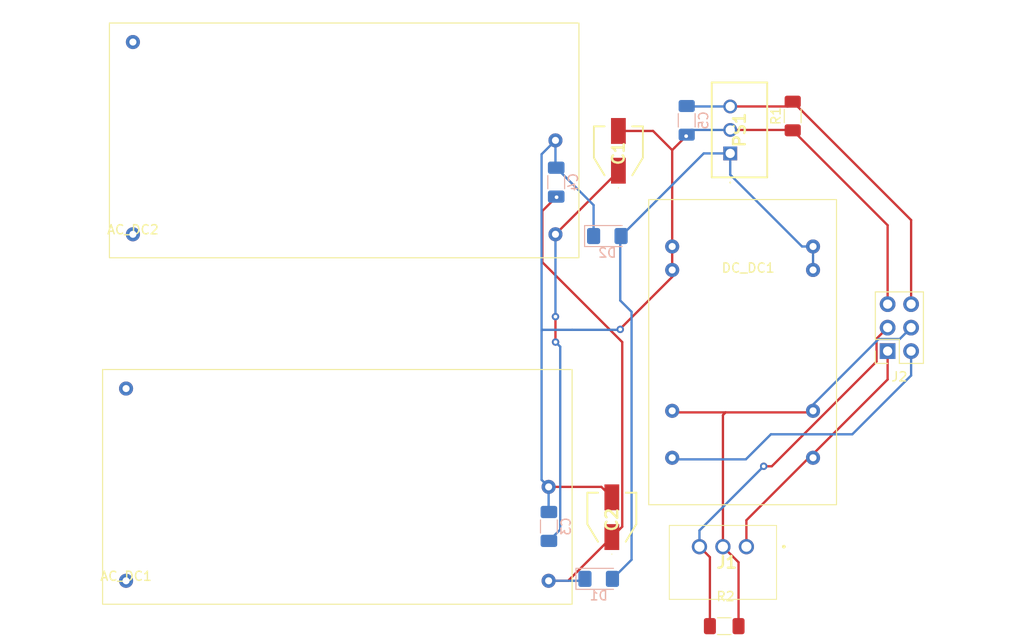
<source format=kicad_pcb>
(kicad_pcb (version 20211014) (generator pcbnew)
  (layers (0 "F.Cu" signal) (31 "B.Cu" signal) (34 "B.Paste" user) (35 "F.Paste" user) (36 "B.SilkS" user "B.Silkscreen") (37 "F.SilkS" user "F.Silkscreen") (38 "B.Mask" user) (39 "F.Mask" user) (44 "Edge.Cuts" user))
  (net 0 "")
  (net 3 "Net-(AC_DC1-Pad4)")
  (net 6 "Net-(AC_DC2-Pad4)")
  (net 7 "/V_24")
  (net 8 "24_gnd")
  (net 9 "V12")
  (net 10 "ctrl_gnd")
  (net 11 "ctrl_-15")
  (net 12 "ctrl_15")
  (net 13 "ctrl_3v3")
  (footprint "electro_cap:EEHZA1H100R" (layer "F.Cu") (at 125.03 59.25 90)
    (fp_text reference "C1" (at -0.275 0 90) (layer "F.SilkS") (effects (font (size 1.27 1.27) (thickness 0.254))))
    (fp_text value "EEH-ZA1H100R" hide)
    (fp_line (start 2.65 2.65) (end 2.65 1.5) (layer "F.SilkS") (width 0.2))
    (fp_line (start -2.65 1.5) (end -0.75 2.65) (layer "F.SilkS") (width 0.2))
    (fp_line (start 2.65 -2.65) (end 2.65 -1.5) (layer "F.SilkS") (width 0.2))
    (fp_line (start -2.65 -1.5) (end -0.75 -2.65) (layer "F.SilkS") (width 0.2))
    (fp_line (start -0.75 -2.65) (end 2.65 -2.65) (layer "F.SilkS") (width 0.2))
    (fp_line (start -3.975 0) (end -3.975 0) (layer "F.SilkS") (width 0.05))
    (fp_line (start -4.025 0) (end -4.025 0) (layer "F.SilkS") (width 0.05))
    (fp_line (start -0.75 2.65) (end 2.65 2.65) (layer "F.SilkS") (width 0.2))
    (fp_arc (start -3.975 0) (mid -4 0.025) (end -4.025 0) (layer "F.SilkS") (width 0.05))
    (fp_arc (start -4.025 0) (mid -4 -0.025) (end -3.975 0) (layer "F.SilkS") (width 0.05))
    (pad "1" smd rect (at -2.15 0 180) (size 1.6 2.8) (layers "F.Cu" "F.Paste" "F.Mask") (net 6 "Net-(AC_DC2-Pad4)"))
    (pad "2" smd rect (at 2.15 0 180) (size 1.6 2.8) (layers "F.Cu" "F.Paste" "F.Mask") (net 8 "24_gnd"))
  )
  (footprint "Resistor_SMD:R_1206_3216Metric_Pad1.30x1.75mm_HandSolder" (layer "F.Cu") (at 136.48 110.68 180)
    (fp_text reference "R2" (at -0.14 3.21) (layer "F.SilkS"))
    (fp_text value "100")
    (fp_line (start -0.727064 -0.91) (end 0.727064 -0.91) (layer "F.SilkS") (width 0.12))
    (fp_line (start -0.727064 0.91) (end 0.727064 0.91) (layer "F.SilkS") (width 0.12))
    (pad "1" smd roundrect (at -1.55 0 180) (size 1.3 1.75) (layers "F.Cu" "F.Paste" "F.Mask") (roundrect_rratio 0.192308) (net 10 "ctrl_gnd"))
    (pad "2" smd roundrect (at 1.55 0 180) (size 1.3 1.75) (layers "F.Cu" "F.Paste" "F.Mask") (roundrect_rratio 0.192308) (net 13 "ctrl_3v3"))
  )
  (footprint "electro_cap:EEHZA1H100R" (layer "F.Cu") (at 124.32 98.89 90)
    (fp_text reference "C2" (at -0.275 0 90) (layer "F.SilkS") (effects (font (size 1.27 1.27) (thickness 0.254))))
    (fp_text value "EEH-ZA1H100R" hide)
    (fp_line (start 2.65 2.65) (end 2.65 1.5) (layer "F.SilkS") (width 0.2))
    (fp_line (start -2.65 -1.5) (end -0.75 -2.65) (layer "F.SilkS") (width 0.2))
    (fp_line (start 2.65 -2.65) (end 2.65 -1.5) (layer "F.SilkS") (width 0.2))
    (fp_line (start -2.65 1.5) (end -0.75 2.65) (layer "F.SilkS") (width 0.2))
    (fp_line (start -4.025 0) (end -4.025 0) (layer "F.SilkS") (width 0.05))
    (fp_line (start -3.975 0) (end -3.975 0) (layer "F.SilkS") (width 0.05))
    (fp_line (start -0.75 -2.65) (end 2.65 -2.65) (layer "F.SilkS") (width 0.2))
    (fp_line (start -0.75 2.65) (end 2.65 2.65) (layer "F.SilkS") (width 0.2))
    (fp_arc (start -4.025 0) (mid -4 -0.025) (end -3.975 0) (layer "F.SilkS") (width 0.05))
    (fp_arc (start -3.975 0) (mid -4 0.025) (end -4.025 0) (layer "F.SilkS") (width 0.05))
    (pad "1" smd rect (at -2.15 0 180) (size 1.6 2.8) (layers "F.Cu" "F.Paste" "F.Mask") (net 3 "Net-(AC_DC1-Pad4)"))
    (pad "2" smd rect (at 2.15 0 180) (size 1.6 2.8) (layers "F.Cu" "F.Paste" "F.Mask") (net 8 "24_gnd"))
  )
  (footprint "PSK-S6C-24:PSK-S6C-24" (layer "F.Cu") (at 71.76 105.77)
    (fp_text reference "AC_DC1" (at 0 -0.5 unlocked) (layer "F.SilkS"))
    (fp_text value "PSK-S6C-24")
    (fp_rect (start -2.54 -22.86) (end 48.26 2.54) (layer "F.SilkS") (width 0.12) (fill none))
    (pad "1" thru_hole circle (at 0 0) (size 1.524 1.524) (drill 0.762) (layers *.Cu *.Mask))
    (pad "2" thru_hole circle (at 0 -20.8) (size 1.524 1.524) (drill 0.762) (layers *.Cu *.Mask))
    (pad "3" thru_hole circle (at 45.72 -10.16) (size 1.524 1.524) (drill 0.762) (layers *.Cu *.Mask) (net 8 "24_gnd"))
    (pad "4" thru_hole circle (at 45.72 0) (size 1.524 1.524) (drill 0.762) (layers *.Cu *.Mask) (net 3 "Net-(AC_DC1-Pad4)"))
  )
  (footprint "PXO:PXO7812500S" (layer "F.Cu") (at 137.13 59.53 90)
    (fp_text reference "PS1" (at 2.545 1 90) (layer "F.SilkS") (effects (font (size 1.27 1.27) (thickness 0.254))))
    (fp_text value "PXO7812-500-S" hide)
    (fp_line (start -2.59 -2) (end 7.68 -2) (layer "F.SilkS") (width 0.2))
    (fp_line (start -2.59 4) (end -2.59 -2) (layer "F.SilkS") (width 0.2))
    (fp_line (start -3.1 0) (end -3.1 0) (layer "F.SilkS") (width 0.1))
    (fp_line (start 7.68 -2) (end 7.68 4) (layer "F.SilkS") (width 0.2))
    (fp_line (start -3.2 0) (end -3.2 0) (layer "F.SilkS") (width 0.1))
    (fp_line (start 7.68 4) (end -2.59 4) (layer "F.SilkS") (width 0.2))
    (fp_arc (start -3.2 0) (mid -3.15 -0.05) (end -3.1 0) (layer "F.SilkS") (width 0.1))
    (fp_arc (start -3.1 0) (mid -3.15 0.05) (end -3.2 0) (layer "F.SilkS") (width 0.1))
    (pad "1" thru_hole rect (at 0 0 90) (size 1.5 1.5) (drill 1) (layers *.Cu *.Mask) (net 7 "/V_24"))
    (pad "2" thru_hole circle (at 2.54 0 90) (size 1.5 1.5) (drill 1) (layers *.Cu *.Mask) (net 8 "24_gnd"))
    (pad "3" thru_hole circle (at 5.08 0 90) (size 1.5 1.5) (drill 1) (layers *.Cu *.Mask) (net 9 "V12"))
  )
  (footprint "PSK-S6C-24:PSK-S6C-24" (layer "F.Cu") (at 72.5 68.28)
    (fp_text reference "AC_DC2" (at 0 -0.5 unlocked) (layer "F.SilkS"))
    (fp_text value "PSK-S6C-24")
    (fp_rect (start -2.54 -22.86) (end 48.26 2.54) (layer "F.SilkS") (width 0.12) (fill none))
    (pad "1" thru_hole circle (at 0 0) (size 1.524 1.524) (drill 0.762) (layers *.Cu *.Mask))
    (pad "2" thru_hole circle (at 0 -20.8) (size 1.524 1.524) (drill 0.762) (layers *.Cu *.Mask))
    (pad "3" thru_hole circle (at 45.72 -10.16) (size 1.524 1.524) (drill 0.762) (layers *.Cu *.Mask) (net 8 "24_gnd"))
    (pad "4" thru_hole circle (at 45.72 0) (size 1.524 1.524) (drill 0.762) (layers *.Cu *.Mask) (net 6 "Net-(AC_DC2-Pad4)"))
  )
  (footprint "Resistor_SMD:R_1206_3216Metric_Pad1.30x1.75mm_HandSolder" (layer "F.Cu") (at 143.89 55.48 90)
    (fp_text reference "R1" (at 0 -1.82 90) (layer "F.SilkS"))
    (fp_text value "240")
    (fp_line (start -0.727064 0.91) (end 0.727064 0.91) (layer "F.SilkS") (width 0.12))
    (fp_line (start -0.727064 -0.91) (end 0.727064 -0.91) (layer "F.SilkS") (width 0.12))
    (pad "1" smd roundrect (at -1.55 0 90) (size 1.3 1.75) (layers "F.Cu" "F.Paste" "F.Mask") (roundrect_rratio 0.192308) (net 8 "24_gnd"))
    (pad "2" smd roundrect (at 1.55 0 90) (size 1.3 1.75) (layers "F.Cu" "F.Paste" "F.Mask") (roundrect_rratio 0.192308) (net 9 "V12"))
  )
  (footprint "P7803:P78E031000" (layer "F.Cu") (at 138.88 102.08 180)
    (fp_text reference "J1" (at 2.12 -1.7) (layer "F.SilkS") (effects (font (size 1.27 1.27) (thickness 0.254))))
    (fp_text value "P78E03-1000" hide)
    (fp_line (start -3.26 -5.7) (end 8.34 -5.7) (layer "F.SilkS") (width 0.1))
    (fp_line (start 8.34 -5.7) (end 8.34 2.3) (layer "F.SilkS") (width 0.1))
    (fp_line (start 8.34 2.3) (end -3.26 2.3) (layer "F.SilkS") (width 0.1))
    (fp_line (start -4 0) (end -4 0) (layer "F.SilkS") (width 0.3))
    (fp_line (start -4.1 0) (end -4.1 0) (layer "F.SilkS") (width 0.3))
    (fp_line (start -3.26 2.3) (end -3.26 -5.7) (layer "F.SilkS") (width 0.1))
    (fp_arc (start -4.1 0) (mid -4.05 -0.05) (end -4 0) (layer "F.SilkS") (width 0.3))
    (fp_arc (start -4 0) (mid -4.05 0.05) (end -4.1 0) (layer "F.SilkS") (width 0.3))
    (pad "1" thru_hole circle (at 0 0 180) (size 1.65 1.65) (drill 1.1) (layers *.Cu *.Mask) (net 12 "ctrl_15"))
    (pad "2" thru_hole circle (at 2.54 0 180) (size 1.65 1.65) (drill 1.1) (layers *.Cu *.Mask) (net 10 "ctrl_gnd"))
    (pad "3" thru_hole circle (at 5.08 0 180) (size 1.65 1.65) (drill 1.1) (layers *.Cu *.Mask) (net 13 "ctrl_3v3"))
  )
  (footprint "DCWN-06B:DCWN-06B" (layer "F.Cu") (at 146.09 69.6)
    (fp_text reference "DC_DC1" (at -7.02 2.32 unlocked) (layer "F.SilkS"))
    (fp_text value "DCWN-06B-15")
    (fp_rect (start -17.78 27.94) (end 2.54 -5.08) (layer "F.SilkS") (width 0.12) (fill none))
    (pad "2" thru_hole circle (at -15.24 0) (size 1.524 1.524) (drill 0.762) (layers *.Cu *.Mask) (net 8 "24_gnd"))
    (pad "3" thru_hole circle (at -15.24 2.54) (size 1.524 1.524) (drill 0.762) (layers *.Cu *.Mask) (net 8 "24_gnd"))
    (pad "9" thru_hole circle (at -15.24 17.78) (size 1.524 1.524) (drill 0.762) (layers *.Cu *.Mask) (net 10 "ctrl_gnd"))
    (pad "11" thru_hole circle (at -15.24 22.86) (size 1.524 1.524) (drill 0.762) (layers *.Cu *.Mask) (net 11 "ctrl_-15"))
    (pad "14" thru_hole circle (at 0 22.86) (size 1.524 1.524) (drill 0.762) (layers *.Cu *.Mask) (net 12 "ctrl_15"))
    (pad "16" thru_hole circle (at 0 17.78) (size 1.524 1.524) (drill 0.762) (layers *.Cu *.Mask) (net 10 "ctrl_gnd"))
    (pad "22" thru_hole circle (at 0 2.54) (size 1.524 1.524) (drill 0.762) (layers *.Cu *.Mask) (net 7 "/V_24"))
    (pad "23" thru_hole circle (at 0 0) (size 1.524 1.524) (drill 0.762) (layers *.Cu *.Mask) (net 7 "/V_24"))
  )
  (footprint "Connector_PinSocket_2.54mm:PinSocket_2x03_P2.54mm_Vertical" (layer "F.Cu") (at 154.16 80.92 180)
    (fp_text reference "J2" (at -1.27 -2.77) (layer "F.SilkS"))
    (fp_text value "Conn_02x03_Counter_Clockwise")
    (fp_line (start -3.87 -1.33) (end -1.27 -1.33) (layer "F.SilkS") (width 0.12))
    (fp_line (start 0 -1.33) (end 1.33 -1.33) (layer "F.SilkS") (width 0.12))
    (fp_line (start -3.87 6.41) (end 1.33 6.41) (layer "F.SilkS") (width 0.12))
    (fp_line (start 1.33 1.27) (end 1.33 6.41) (layer "F.SilkS") (width 0.12))
    (fp_line (start -1.27 -1.33) (end -1.27 1.27) (layer "F.SilkS") (width 0.12))
    (fp_line (start 1.33 -1.33) (end 1.33 0) (layer "F.SilkS") (width 0.12))
    (fp_line (start -1.27 1.27) (end 1.33 1.27) (layer "F.SilkS") (width 0.12))
    (fp_line (start -3.87 -1.33) (end -3.87 6.41) (layer "F.SilkS") (width 0.12))
    (pad "1" thru_hole rect (at 0 0 180) (size 1.7 1.7) (drill 1) (layers *.Cu *.Mask) (net 12 "ctrl_15"))
    (pad "2" thru_hole oval (at -2.54 0 180) (size 1.7 1.7) (drill 1) (layers *.Cu *.Mask) (net 11 "ctrl_-15"))
    (pad "3" thru_hole oval (at 0 2.54 180) (size 1.7 1.7) (drill 1) (layers *.Cu *.Mask) (net 13 "ctrl_3v3"))
    (pad "4" thru_hole oval (at -2.54 2.54 180) (size 1.7 1.7) (drill 1) (layers *.Cu *.Mask) (net 10 "ctrl_gnd"))
    (pad "5" thru_hole oval (at 0 5.08 180) (size 1.7 1.7) (drill 1) (layers *.Cu *.Mask) (net 8 "24_gnd"))
    (pad "6" thru_hole oval (at -2.54 5.08 180) (size 1.7 1.7) (drill 1) (layers *.Cu *.Mask) (net 9 "V12"))
  )
  (footprint "Diode_SMD:D_1206_3216Metric_Pad1.42x1.75mm_HandSolder" (layer "B.Cu") (at 122.8975 105.56)
    (fp_text reference "D1" (at 0 1.82) (layer "B.SilkS") (effects (justify mirror)))
    (fp_text value "DIODE")
    (fp_line (start -2.46 -1.135) (end 1.6 -1.135) (layer "B.SilkS") (width 0.12))
    (fp_line (start -2.46 1.135) (end -2.46 -1.135) (layer "B.SilkS") (width 0.12))
    (fp_line (start 1.6 1.135) (end -2.46 1.135) (layer "B.SilkS") (width 0.12))
    (pad "1" smd roundrect (at -1.4875 0) (size 1.425 1.75) (layers "B.Cu" "B.Paste" "B.Mask") (roundrect_rratio 0.175439) (net 3 "Net-(AC_DC1-Pad4)"))
    (pad "2" smd roundrect (at 1.4875 0) (size 1.425 1.75) (layers "B.Cu" "B.Paste" "B.Mask") (roundrect_rratio 0.175439) (net 7 "/V_24"))
  )
  (footprint "Capacitor_SMD:C_1206_3216Metric_Pad1.33x1.80mm_HandSolder" (layer "B.Cu") (at 117.51 99.89 90)
    (fp_text reference "C3" (at 0 1.85 90) (layer "B.SilkS") (effects (justify mirror)))
    (fp_text value "1u_cer")
    (fp_line (start -0.711252 -0.91) (end 0.711252 -0.91) (layer "B.SilkS") (width 0.12))
    (fp_line (start -0.711252 0.91) (end 0.711252 0.91) (layer "B.SilkS") (width 0.12))
    (pad "1" smd roundrect (at -1.5625 0 90) (size 1.325 1.8) (layers "B.Cu" "B.Paste" "B.Mask") (roundrect_rratio 0.188679) (net 6 "Net-(AC_DC2-Pad4)"))
    (pad "2" smd roundrect (at 1.5625 0 90) (size 1.325 1.8) (layers "B.Cu" "B.Paste" "B.Mask") (roundrect_rratio 0.188679) (net 8 "24_gnd"))
  )
  (footprint "Diode_SMD:D_1206_3216Metric_Pad1.42x1.75mm_HandSolder" (layer "B.Cu") (at 123.8325 68.47)
    (fp_text reference "D2" (at 0 1.82) (layer "B.SilkS") (effects (justify mirror)))
    (fp_text value "DIODE")
    (fp_line (start -2.46 -1.135) (end 1.6 -1.135) (layer "B.SilkS") (width 0.12))
    (fp_line (start 1.6 1.135) (end -2.46 1.135) (layer "B.SilkS") (width 0.12))
    (fp_line (start -2.46 1.135) (end -2.46 -1.135) (layer "B.SilkS") (width 0.12))
    (pad "1" smd roundrect (at -1.4875 0) (size 1.425 1.75) (layers "B.Cu" "B.Paste" "B.Mask") (roundrect_rratio 0.175439) (net 8 "24_gnd"))
    (pad "2" smd roundrect (at 1.4875 0) (size 1.425 1.75) (layers "B.Cu" "B.Paste" "B.Mask") (roundrect_rratio 0.175439) (net 7 "/V_24"))
  )
  (footprint "Resistor_SMD:R_1206_3216Metric_Pad1.30x1.75mm_HandSolder" (layer "B.Cu") (at 132.42 55.95 90)
    (fp_text reference "C5" (at 0 1.82 90) (layer "B.SilkS") (effects (justify mirror)))
    (fp_text value "22u")
    (fp_line (start -0.727064 0.91) (end 0.727064 0.91) (layer "B.SilkS") (width 0.12))
    (fp_line (start -0.727064 -0.91) (end 0.727064 -0.91) (layer "B.SilkS") (width 0.12))
    (pad "1" smd roundrect (at -1.55 0 90) (size 1.3 1.75) (layers "B.Cu" "B.Paste" "B.Mask") (roundrect_rratio 0.192308) (net 8 "24_gnd"))
    (pad "2" smd roundrect (at 1.55 0 90) (size 1.3 1.75) (layers "B.Cu" "B.Paste" "B.Mask") (roundrect_rratio 0.192308) (net 9 "V12"))
  )
  (footprint "Capacitor_SMD:C_1206_3216Metric_Pad1.33x1.80mm_HandSolder" (layer "B.Cu") (at 118.3 62.64 90)
    (fp_text reference "C4" (at 0 1.85 90) (layer "B.SilkS") (effects (justify mirror)))
    (fp_text value "1u_cer")
    (fp_line (start -0.711252 0.91) (end 0.711252 0.91) (layer "B.SilkS") (width 0.12))
    (fp_line (start -0.711252 -0.91) (end 0.711252 -0.91) (layer "B.SilkS") (width 0.12))
    (pad "1" smd roundrect (at -1.5625 0 90) (size 1.325 1.8) (layers "B.Cu" "B.Paste" "B.Mask") (roundrect_rratio 0.188679) (net 3 "Net-(AC_DC1-Pad4)"))
    (pad "2" smd roundrect (at 1.5625 0 90) (size 1.325 1.8) (layers "B.Cu" "B.Paste" "B.Mask") (roundrect_rratio 0.188679) (net 8 "24_gnd"))
  )
  (segment (start 116.80114 71.30114) (end 116.80114 65.75886) (width 0.25) (layer "F.Cu") (net 3))
  (segment (start 118.29 64.27) (end 118.34 64.27) (width 0.25) (layer "F.Cu") (net 3))
  (segment (start 116.80114 65.75886) (end 118.29 64.27) (width 0.25) (layer "F.Cu") (net 3))
  (segment (start 125.445 79.945) (end 116.80114 71.30114) (width 0.25) (layer "F.Cu") (net 3))
  (segment (start 125.445 99.915) (end 125.445 79.945) (width 0.25) (layer "F.Cu") (net 3))
  (segment (start 117.48 105.77) (end 119.59 105.77) (width 0.25) (layer "F.Cu") (net 3))
  (segment (start 119.59 105.77) (end 124.32 101.04) (width 0.25) (layer "F.Cu") (net 3))
  (segment (start 124.32 101.04) (end 125.445 99.915) (width 0.25) (layer "F.Cu") (net 3))
  (via (at 118.34 64.27) (size 0.8) (drill 0.4) (layers "F.Cu" "B.Cu") (net 3))
  (segment (start 121.2 105.77) (end 121.41 105.56) (width 0.25) (layer "B.Cu") (net 3))
  (segment (start 117.48 105.77) (end 121.2 105.77) (width 0.25) (layer "B.Cu") (net 3))
  (segment (start 125.03 61.4) (end 125.03 61.47) (width 0.25) (layer "F.Cu") (net 6))
  (segment (start 118.22 79.93) (end 118.23 79.94) (width 0.25) (layer "F.Cu") (net 6))
  (segment (start 118.22 77.19) (end 118.22 79.93) (width 0.25) (layer "F.Cu") (net 6))
  (segment (start 125.03 61.47) (end 118.22 68.28) (width 0.25) (layer "F.Cu") (net 6))
  (via (at 118.23 79.94) (size 0.8) (drill 0.4) (layers "F.Cu" "B.Cu") (net 6))
  (via (at 118.22 77.19) (size 0.8) (drill 0.4) (layers "F.Cu" "B.Cu") (net 6))
  (segment (start 118.23 79.94) (end 118.735 80.445) (width 0.25) (layer "B.Cu") (net 6))
  (segment (start 118.22 77.19) (end 118.25 77.22) (width 0.25) (layer "B.Cu") (net 6))
  (segment (start 118.735 100.2275) (end 117.51 101.4525) (width 0.25) (layer "B.Cu") (net 6))
  (segment (start 118.735 80.445) (end 118.735 100.2275) (width 0.25) (layer "B.Cu") (net 6))
  (segment (start 118.22 68.28) (end 118.22 77.19) (width 0.25) (layer "B.Cu") (net 6))
  (segment (start 146.09 69.6) (end 146.09 72.14) (width 0.25) (layer "B.Cu") (net 7))
  (segment (start 144.9 69.6) (end 146.09 69.6) (width 0.25) (layer "B.Cu") (net 7))
  (segment (start 134.26 59.53) (end 137.13 59.53) (width 0.25) (layer "B.Cu") (net 7))
  (segment (start 137.13 59.53) (end 137.13 61.83) (width 0.25) (layer "B.Cu") (net 7))
  (segment (start 126.455 76.67) (end 125.23 75.445) (width 0.25) (layer "B.Cu") (net 7))
  (segment (start 137.13 61.83) (end 144.9 69.6) (width 0.25) (layer "B.Cu") (net 7))
  (segment (start 125.32 68.47) (end 125.23 68.56) (width 0.25) (layer "B.Cu") (net 7))
  (segment (start 126.455 103.49) (end 126.455 76.67) (width 0.25) (layer "B.Cu") (net 7))
  (segment (start 124.385 105.56) (end 126.455 103.49) (width 0.25) (layer "B.Cu") (net 7))
  (segment (start 125.32 68.47) (end 134.26 59.53) (width 0.25) (layer "B.Cu") (net 7))
  (segment (start 125.23 68.56) (end 125.23 75.445) (width 0.25) (layer "B.Cu") (net 7))
  (segment (start 154.16 67.3) (end 154.16 75.84) (width 0.25) (layer "F.Cu") (net 8))
  (segment (start 130.85 69.6) (end 130.85 59.17) (width 0.25) (layer "F.Cu") (net 8))
  (segment (start 130.85 59.17) (end 131.14 58.88) (width 0.25) (layer "F.Cu") (net 8))
  (segment (start 143.85 56.99) (end 143.89 57.03) (width 0.25) (layer "F.Cu") (net 8))
  (segment (start 125.03 57.1) (end 128.78 57.1) (width 0.25) (layer "F.Cu") (net 8))
  (segment (start 130.85 69.6) (end 130.85 72.14) (width 0.25) (layer "F.Cu") (net 8))
  (segment (start 137.13 56.99) (end 143.85 56.99) (width 0.25) (layer "F.Cu") (net 8))
  (segment (start 117.48 95.61) (end 123.19 95.61) (width 0.25) (layer "F.Cu") (net 8))
  (segment (start 130.85 72.89) (end 130.85 72.14) (width 0.25) (layer "F.Cu") (net 8))
  (segment (start 132.36 57.66) (end 132.4 57.62) (width 0.25) (layer "F.Cu") (net 8))
  (segment (start 123.19 95.61) (end 124.32 96.74) (width 0.25) (layer "F.Cu") (net 8))
  (segment (start 128.78 57.1) (end 130.85 59.17) (width 0.25) (layer "F.Cu") (net 8))
  (segment (start 143.89 57.03) (end 154.16 67.3) (width 0.25) (layer "F.Cu") (net 8))
  (segment (start 125.17 78.57) (end 130.85 72.89) (width 0.25) (layer "F.Cu") (net 8))
  (segment (start 131.14 58.88) (end 132.36 57.66) (width 0.25) (layer "F.Cu") (net 8))
  (via (at 125.23 78.57) (size 0.8) (drill 0.4) (layers "F.Cu" "B.Cu") (net 8))
  (via (at 132.36 57.66) (size 0.8) (drill 0.4) (layers "F.Cu" "B.Cu") (net 8))
  (segment (start 125.1825 78.6175) (end 125.23 78.57) (width 0.25) (layer "B.Cu") (net 8))
  (segment (start 118.22 58.12) (end 116.718001 59.621999) (width 0.25) (layer "B.Cu") (net 8))
  (segment (start 118.3 61.0775) (end 122.345 65.1225) (width 0.25) (layer "B.Cu") (net 8))
  (segment (start 122.345 65.1225) (end 122.345 68.47) (width 0.25) (layer "B.Cu") (net 8))
  (segment (start 117.48 98.2975) (end 117.51 98.3275) (width 0.25) (layer "B.Cu") (net 8))
  (segment (start 116.718001 94.848001) (end 117.48 95.61) (width 0.25) (layer "B.Cu") (net 8))
  (segment (start 120.03 78.6175) (end 116.818502 78.6175) (width 0.25) (layer "B.Cu") (net 8))
  (segment (start 132.42 57.5) (end 132.93 56.99) (width 0.25) (layer "B.Cu") (net 8))
  (segment (start 116.718001 59.621999) (end 116.718001 78.718001) (width 0.25) (layer "B.Cu") (net 8))
  (segment (start 118.32 60.96) (end 118.22 60.86) (width 0.25) (layer "B.Cu") (net 8))
  (segment (start 118.22 60.86) (end 118.22 58.12) (width 0.25) (layer "B.Cu") (net 8))
  (segment (start 120.03 78.6175) (end 125.1825 78.6175) (width 0.25) (layer "B.Cu") (net 8))
  (segment (start 116.718001 78.718001) (end 116.718001 94.848001) (width 0.25) (layer "B.Cu") (net 8))
  (segment (start 117.48 95.61) (end 117.48 98.2975) (width 0.25) (layer "B.Cu") (net 8))
  (segment (start 132.93 56.99) (end 137.13 56.99) (width 0.25) (layer "B.Cu") (net 8))
  (segment (start 122.345 68.47) (end 122.155 68.28) (width 0.25) (layer "B.Cu") (net 8))
  (segment (start 116.818502 78.6175) (end 116.718001 78.718001) (width 0.25) (layer "B.Cu") (net 8))
  (segment (start 143.37 54.45) (end 143.89 53.93) (width 0.25) (layer "F.Cu") (net 9))
  (segment (start 156.7 66.74) (end 156.7 75.84) (width 0.25) (layer "F.Cu") (net 9))
  (segment (start 143.89 53.93) (end 156.7 66.74) (width 0.25) (layer "F.Cu") (net 9))
  (segment (start 137.13 54.45) (end 143.37 54.45) (width 0.25) (layer "F.Cu") (net 9))
  (segment (start 132.47 54.45) (end 137.13 54.45) (width 0.25) (layer "B.Cu") (net 9))
  (segment (start 132.42 54.4) (end 132.47 54.45) (width 0.25) (layer "B.Cu") (net 9))
  (segment (start 136.34 102.08) (end 136.34 87.84) (width 0.25) (layer "F.Cu") (net 10))
  (segment (start 136.63 87.55) (end 145.47 87.55) (width 0.25) (layer "F.Cu") (net 10))
  (segment (start 130.23 87.55) (end 136.63 87.55) (width 0.25) (layer "F.Cu") (net 10))
  (segment (start 138.03 110.68) (end 138.03 103.77) (width 0.25) (layer "F.Cu") (net 10))
  (segment (start 138.03 103.77) (end 136.34 102.08) (width 0.25) (layer "F.Cu") (net 10))
  (segment (start 136.34 87.84) (end 136.63 87.55) (width 0.25) (layer "F.Cu") (net 10))
  (segment (start 146.09 86.71) (end 153.19 79.61) (width 0.25) (layer "B.Cu") (net 10))
  (segment (start 155.47 79.61) (end 156.7 78.38) (width 0.25) (layer "B.Cu") (net 10))
  (segment (start 146.09 87.38) (end 146.09 86.71) (width 0.25) (layer "B.Cu") (net 10))
  (segment (start 153.19 79.61) (end 155.47 79.61) (width 0.25) (layer "B.Cu") (net 10))
  (segment (start 138.82 92.63) (end 141.53 89.92) (width 0.25) (layer "B.Cu") (net 11))
  (segment (start 156.7 83.56) (end 156.7 80.92) (width 0.25) (layer "B.Cu") (net 11))
  (segment (start 150.34 89.92) (end 156.7 83.56) (width 0.25) (layer "B.Cu") (net 11))
  (segment (start 130.23 92.63) (end 138.82 92.63) (width 0.25) (layer "B.Cu") (net 11))
  (segment (start 141.53 89.92) (end 150.34 89.92) (width 0.25) (layer "B.Cu") (net 11))
  (segment (start 154.16 83.99) (end 154.16 80.92) (width 0.25) (layer "F.Cu") (net 12))
  (segment (start 145.52 92.63) (end 154.16 83.99) (width 0.25) (layer "F.Cu") (net 12))
  (segment (start 138.88 99.22) (end 145.47 92.63) (width 0.25) (layer "F.Cu") (net 12))
  (segment (start 145.47 92.63) (end 145.52 92.63) (width 0.25) (layer "F.Cu") (net 12))
  (segment (start 138.88 102.08) (end 138.88 99.22) (width 0.25) (layer "F.Cu") (net 12))
  (segment (start 134.93 110.68) (end 134.93 103.21) (width 0.25) (layer "F.Cu") (net 13))
  (segment (start 152.96 79.58) (end 154.16 78.38) (width 0.25) (layer "F.Cu") (net 13))
  (segment (start 140.75 93.38) (end 141.627251 93.38) (width 0.25) (layer "F.Cu") (net 13))
  (segment (start 134.93 103.21) (end 133.8 102.08) (width 0.25) (layer "F.Cu") (net 13))
  (segment (start 141.627251 93.38) (end 152.96 82.047251) (width 0.25) (layer "F.Cu") (net 13))
  (segment (start 152.96 82.047251) (end 152.96 79.58) (width 0.25) (layer "F.Cu") (net 13))
  (via (at 140.75 93.38) (size 0.8) (drill 0.4) (layers "F.Cu" "B.Cu") (net 13))
  (segment (start 133.8 102.08) (end 133.8 100.33) (width 0.25) (layer "B.Cu") (net 13))
  (segment (start 133.8 100.33) (end 140.75 93.38) (width 0.25) (layer "B.Cu") (net 13))
)
</source>
